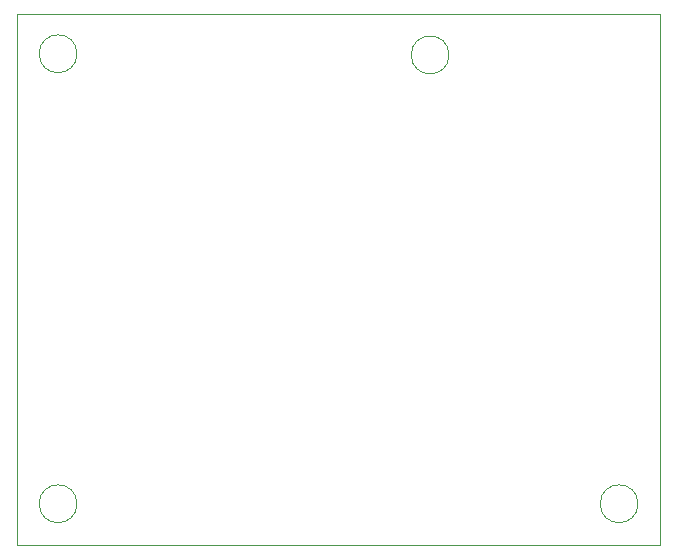
<source format=gbr>
%TF.GenerationSoftware,KiCad,Pcbnew,(6.0.1)*%
%TF.CreationDate,2022-05-25T14:38:50-05:00*%
%TF.ProjectId,aatr-sensor,61617472-2d73-4656-9e73-6f722e6b6963,1*%
%TF.SameCoordinates,Original*%
%TF.FileFunction,Profile,NP*%
%FSLAX46Y46*%
G04 Gerber Fmt 4.6, Leading zero omitted, Abs format (unit mm)*
G04 Created by KiCad (PCBNEW (6.0.1)) date 2022-05-25 14:38:50*
%MOMM*%
%LPD*%
G01*
G04 APERTURE LIST*
%TA.AperFunction,Profile*%
%ADD10C,0.100000*%
%TD*%
G04 APERTURE END LIST*
D10*
X151375000Y-72250000D02*
X96875000Y-72250000D01*
X133475000Y-75750000D02*
G75*
G03*
X133475000Y-75750000I-1600000J0D01*
G01*
X149475000Y-113750000D02*
G75*
G03*
X149475000Y-113750000I-1600000J0D01*
G01*
X96875000Y-72250000D02*
X96875000Y-117250000D01*
X96875000Y-117250000D02*
X151375000Y-117250000D01*
X101975000Y-75650000D02*
G75*
G03*
X101975000Y-75650000I-1600000J0D01*
G01*
X101975000Y-113750000D02*
G75*
G03*
X101975000Y-113750000I-1600000J0D01*
G01*
X151375000Y-117250000D02*
X151375000Y-72250000D01*
M02*

</source>
